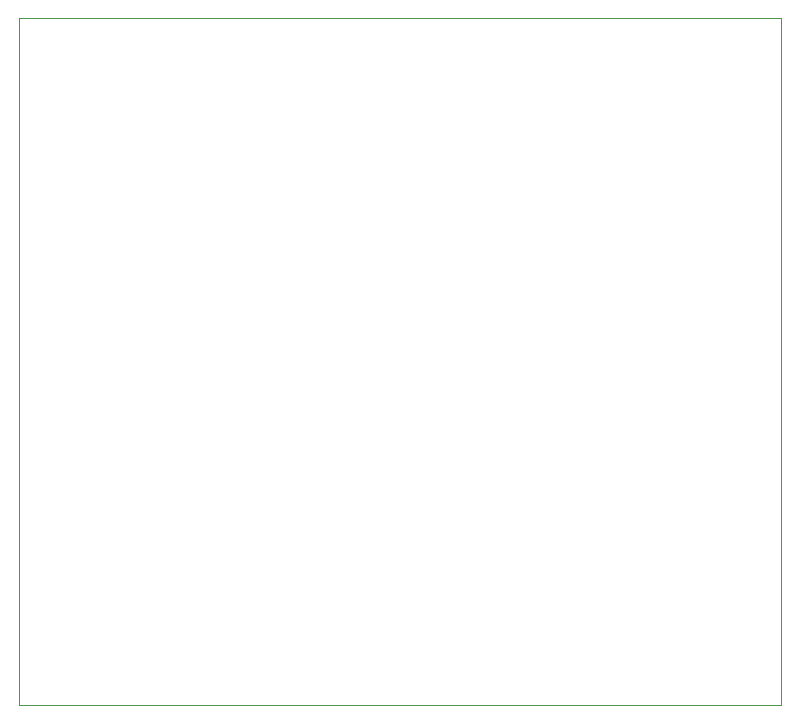
<source format=gbr>
G04 #@! TF.GenerationSoftware,KiCad,Pcbnew,(5.1.2)-1*
G04 #@! TF.CreationDate,2021-03-27T08:32:09+00:00*
G04 #@! TF.ProjectId,RPI_PCB05,5250495f-6b69-4747-935f-50434230352e,rev?*
G04 #@! TF.SameCoordinates,Original*
G04 #@! TF.FileFunction,Profile,NP*
%FSLAX46Y46*%
G04 Gerber Fmt 4.6, Leading zero omitted, Abs format (unit mm)*
G04 Created by KiCad (PCBNEW (5.1.2)-1) date 2021-03-27 08:32:09*
%MOMM*%
%LPD*%
G04 APERTURE LIST*
%ADD10C,0.050000*%
G04 APERTURE END LIST*
D10*
X108204000Y-64516000D02*
X108204000Y-122682000D01*
X172720000Y-122682000D02*
X172720000Y-64516000D01*
X108204000Y-64516000D02*
X172720000Y-64516000D01*
X172720000Y-122682000D02*
X108204000Y-122682000D01*
M02*

</source>
